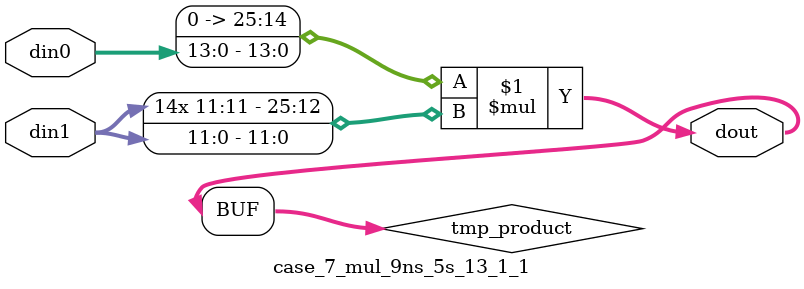
<source format=v>

`timescale 1 ns / 1 ps

 (* use_dsp = "no" *)  module case_7_mul_9ns_5s_13_1_1(din0, din1, dout);
parameter ID = 1;
parameter NUM_STAGE = 0;
parameter din0_WIDTH = 14;
parameter din1_WIDTH = 12;
parameter dout_WIDTH = 26;

input [din0_WIDTH - 1 : 0] din0; 
input [din1_WIDTH - 1 : 0] din1; 
output [dout_WIDTH - 1 : 0] dout;

wire signed [dout_WIDTH - 1 : 0] tmp_product;

























assign tmp_product = $signed({1'b0, din0}) * $signed(din1);










assign dout = tmp_product;





















endmodule

</source>
